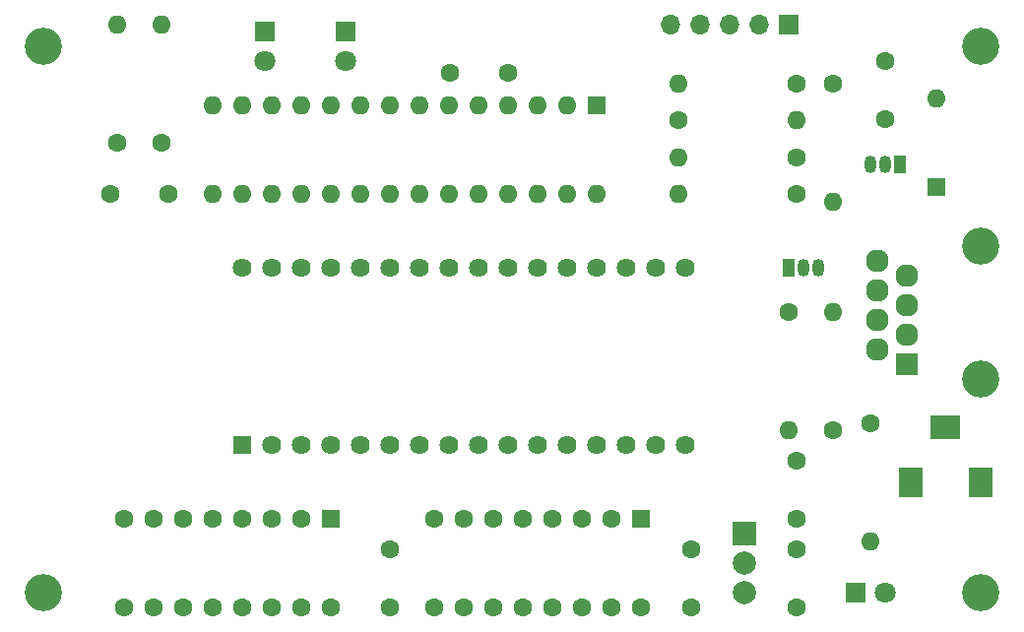
<source format=gbs>
G04 #@! TF.GenerationSoftware,KiCad,Pcbnew,(5.1.12)-1*
G04 #@! TF.CreationDate,2021-12-13T23:10:33-06:00*
G04 #@! TF.ProjectId,1005 Flash Programmer,31303035-2046-46c6-9173-682050726f67,1*
G04 #@! TF.SameCoordinates,Original*
G04 #@! TF.FileFunction,Soldermask,Bot*
G04 #@! TF.FilePolarity,Negative*
%FSLAX46Y46*%
G04 Gerber Fmt 4.6, Leading zero omitted, Abs format (unit mm)*
G04 Created by KiCad (PCBNEW (5.1.12)-1) date 2021-12-13 23:10:33*
%MOMM*%
%LPD*%
G01*
G04 APERTURE LIST*
%ADD10O,1.600000X1.600000*%
%ADD11C,1.600000*%
%ADD12R,1.600000X1.600000*%
%ADD13R,1.050000X1.500000*%
%ADD14O,1.050000X1.500000*%
%ADD15R,1.960000X1.960000*%
%ADD16C,1.960000*%
%ADD17C,3.200000*%
%ADD18C,1.800000*%
%ADD19R,1.800000X1.800000*%
%ADD20R,2.600000X2.000000*%
%ADD21R,2.000000X2.600000*%
%ADD22R,1.700000X1.700000*%
%ADD23O,1.700000X1.700000*%
%ADD24R,1.625600X1.625600*%
%ADD25C,1.625600*%
%ADD26R,2.000000X2.000000*%
%ADD27C,2.000000*%
G04 APERTURE END LIST*
D10*
X172085000Y-103505000D03*
D11*
X182245000Y-103505000D03*
D12*
X194310000Y-112395000D03*
D10*
X194310000Y-104775000D03*
D13*
X191135000Y-110490000D03*
D14*
X188595000Y-110490000D03*
X189865000Y-110490000D03*
D15*
X191770000Y-127635000D03*
D16*
X189230000Y-126365000D03*
X191770000Y-125095000D03*
X189230000Y-123825000D03*
X191770000Y-122555000D03*
X189230000Y-121285000D03*
X191770000Y-120015000D03*
X189230000Y-118745000D03*
D17*
X198120000Y-128905000D03*
X198120000Y-117475000D03*
X198120000Y-100330000D03*
X117475000Y-147320000D03*
X198120000Y-147320000D03*
X117475000Y-100330000D03*
D11*
X189865000Y-101600000D03*
X189865000Y-106600000D03*
X182245000Y-140970000D03*
X182245000Y-135970000D03*
X182245000Y-143590000D03*
X182245000Y-148590000D03*
X157480000Y-102616000D03*
X152480000Y-102616000D03*
X173228000Y-148590000D03*
X173228000Y-143590000D03*
X123270000Y-113030000D03*
X128270000Y-113030000D03*
D18*
X143510000Y-101600000D03*
D19*
X143510000Y-99060000D03*
X136525000Y-99060000D03*
D18*
X136525000Y-101600000D03*
D20*
X195072000Y-133095000D03*
D21*
X192072000Y-137795000D03*
X198072000Y-137795000D03*
D22*
X181610000Y-98425000D03*
D23*
X179070000Y-98425000D03*
X176530000Y-98425000D03*
X173990000Y-98425000D03*
X171450000Y-98425000D03*
D24*
X134620000Y-134620000D03*
D25*
X137160000Y-134620000D03*
X139700000Y-134620000D03*
X142240000Y-134620000D03*
X144780000Y-134620000D03*
X147320000Y-134620000D03*
X149860000Y-134620000D03*
X152400000Y-134620000D03*
X154940000Y-134620000D03*
X157480000Y-134620000D03*
X160020000Y-134620000D03*
X162560000Y-134620000D03*
X165100000Y-134620000D03*
X167640000Y-134620000D03*
X170180000Y-134620000D03*
X172720000Y-134620000D03*
X172720000Y-119380000D03*
X170180000Y-119380000D03*
X167640000Y-119380000D03*
X165100000Y-119380000D03*
X162560000Y-119380000D03*
X160020000Y-119380000D03*
X157480000Y-119380000D03*
X154940000Y-119380000D03*
X152400000Y-119380000D03*
X149860000Y-119380000D03*
X147320000Y-119380000D03*
X144780000Y-119380000D03*
X142240000Y-119380000D03*
X139700000Y-119380000D03*
X137160000Y-119380000D03*
X134620000Y-119380000D03*
D14*
X182880000Y-119380000D03*
X184150000Y-119380000D03*
D13*
X181610000Y-119380000D03*
D11*
X172085000Y-106680000D03*
D10*
X182245000Y-106680000D03*
D11*
X182245000Y-109855000D03*
D10*
X172085000Y-109855000D03*
D11*
X185420000Y-133350000D03*
D10*
X185420000Y-123190000D03*
X172085000Y-113030000D03*
D11*
X182245000Y-113030000D03*
X185420000Y-103505000D03*
D10*
X185420000Y-113665000D03*
X181610000Y-133350000D03*
D11*
X181610000Y-123190000D03*
X127635000Y-108585000D03*
D10*
X127635000Y-98425000D03*
X123825000Y-98425000D03*
D11*
X123825000Y-108585000D03*
D26*
X177800000Y-142240000D03*
D27*
X177800000Y-144780000D03*
X177800000Y-147320000D03*
D12*
X165100000Y-105410000D03*
D10*
X132080000Y-113030000D03*
X162560000Y-105410000D03*
X134620000Y-113030000D03*
X160020000Y-105410000D03*
X137160000Y-113030000D03*
X157480000Y-105410000D03*
X139700000Y-113030000D03*
X154940000Y-105410000D03*
X142240000Y-113030000D03*
X152400000Y-105410000D03*
X144780000Y-113030000D03*
X149860000Y-105410000D03*
X147320000Y-113030000D03*
X147320000Y-105410000D03*
X149860000Y-113030000D03*
X144780000Y-105410000D03*
X152400000Y-113030000D03*
X142240000Y-105410000D03*
X154940000Y-113030000D03*
X139700000Y-105410000D03*
X157480000Y-113030000D03*
X137160000Y-105410000D03*
X160020000Y-113030000D03*
X134620000Y-105410000D03*
X162560000Y-113030000D03*
X132080000Y-105410000D03*
X165100000Y-113030000D03*
D11*
X124460000Y-148590000D03*
X124460000Y-140970000D03*
X142240000Y-148590000D03*
X139700000Y-148590000D03*
X137160000Y-148590000D03*
X134620000Y-148590000D03*
X132080000Y-148590000D03*
X129540000Y-148590000D03*
X127000000Y-148590000D03*
X127000000Y-140970000D03*
X129540000Y-140970000D03*
X132080000Y-140970000D03*
X134620000Y-140970000D03*
X137160000Y-140970000D03*
X139700000Y-140970000D03*
D12*
X142240000Y-140970000D03*
X168910000Y-140970000D03*
D11*
X166370000Y-140970000D03*
X163830000Y-140970000D03*
X161290000Y-140970000D03*
X158750000Y-140970000D03*
X156210000Y-140970000D03*
X153670000Y-140970000D03*
X153670000Y-148590000D03*
X156210000Y-148590000D03*
X158750000Y-148590000D03*
X161290000Y-148590000D03*
X163830000Y-148590000D03*
X166370000Y-148590000D03*
X168910000Y-148590000D03*
X151130000Y-140970000D03*
X151130000Y-148590000D03*
X147320000Y-148590000D03*
X147320000Y-143590000D03*
D19*
X187325000Y-147320000D03*
D18*
X189865000Y-147320000D03*
D11*
X188595000Y-132715000D03*
D10*
X188595000Y-142875000D03*
M02*

</source>
